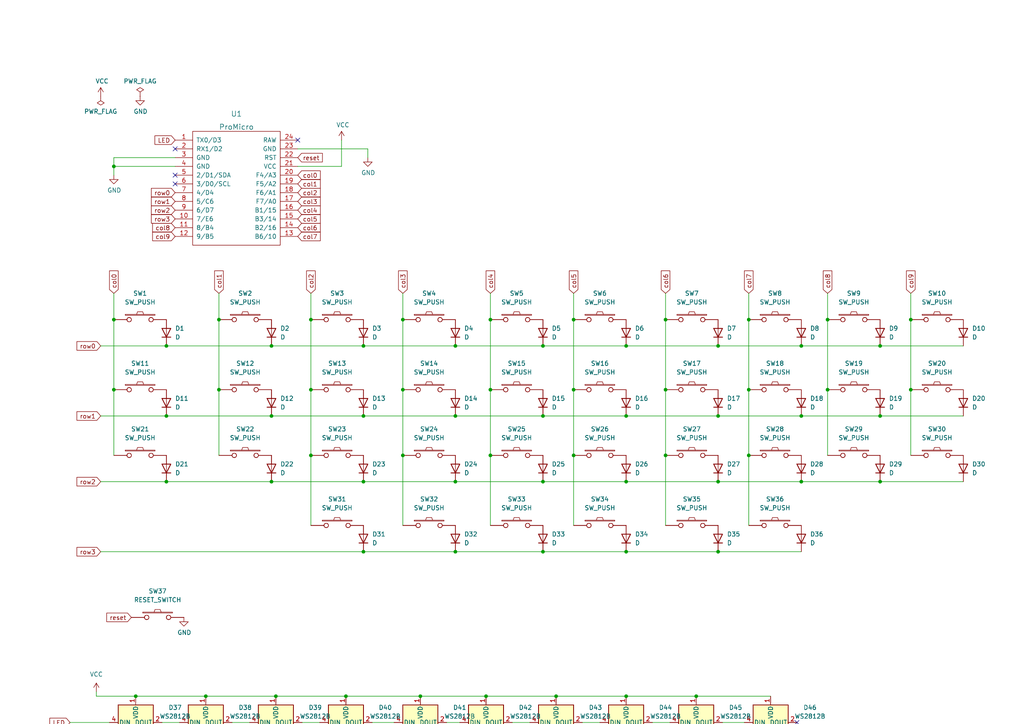
<source format=kicad_sch>
(kicad_sch (version 20211123) (generator eeschema)
  (paper "A4")
  (lib_symbols
    (symbol "Device:D" (pin_numbers hide) (pin_names (offset 1.016) hide)
      (property "Reference" "D" (at 0 2.54 0))
      (property "Value" "D" (at 0 -2.54 0))
      (symbol "D_0_1"
        (polyline (pts (xy -1.27 1.27) (xy -1.27 -1.27)) (stroke (width 0.254)))
        (polyline (pts (xy 1.27 0) (xy -1.27 0)))
        (polyline (pts (xy 1.27 1.27) (xy 1.27 -1.27) (xy -1.27 0) (xy 1.27 1.27)) (stroke (width 0.254)))
      )
      (symbol "D_1_1"
        (pin passive line (at -3.81 0 0) (length 2.54) (name "K") (number "1"))
        (pin passive line (at 3.81 0 180) (length 2.54) (name "A") (number "2"))
      )
    )
    (symbol "LED:WS2812B" (pin_names (offset 0.254))
      (property "Reference" "D" (at 5.08 5.715 0))
      (property "Value" "WS2812B" (at 1.27 -5.715 0))
      (symbol "WS2812B_0_0"
        (text "RGB" (at 2.286 -4.191 0) (effects (font (size 0.762 0.762))))
      )
      (symbol "WS2812B_0_1"
        (polyline (pts (xy 1.27 -3.556) (xy 1.778 -3.556)))
        (polyline (pts (xy 1.27 -2.54) (xy 1.778 -2.54)))
        (polyline (pts (xy 4.699 -3.556) (xy 2.667 -3.556)))
        (polyline (pts (xy 2.286 -2.54) (xy 1.27 -3.556) (xy 1.27 -3.048)))
        (polyline (pts (xy 2.286 -1.524) (xy 1.27 -2.54) (xy 1.27 -2.032)))
        (polyline (pts (xy 3.683 -1.016) (xy 3.683 -3.556) (xy 3.683 -4.064)))
        (polyline (pts (xy 4.699 -1.524) (xy 2.667 -1.524) (xy 3.683 -3.556) (xy 4.699 -1.524)))
        (rectangle (start 5.08 5.08) (end -5.08 -5.08) (stroke (width 0.254)) (fill (type background)))
      )
      (symbol "WS2812B_1_1"
        (pin power_in line (at 0 7.62 270) (length 2.54) (name "VDD") (number "1"))
        (pin output line (at 7.62 0 180) (length 2.54) (name "DOUT") (number "2"))
        (pin power_in line (at 0 -7.62 90) (length 2.54) (name "VSS") (number "3"))
        (pin input line (at -7.62 0 0) (length 2.54) (name "DIN") (number "4"))
      )
    )
    (symbol "foostan_kbd:ProMicro" (pin_names (offset 1.016))
      (property "Reference" "U" (at 0 19.05 0))
      (property "Value" "ProMicro" (at 0 -19.05 0))
      (symbol "ProMicro_0_1"
        (rectangle (start -12.7 16.51) (end 12.7 -16.51))
      )
      (symbol "ProMicro_1_1"
        (pin bidirectional line (at -17.78 13.97 0) (length 5.08) (name "TX0/D3") (number "1"))
        (pin bidirectional line (at -17.78 -8.89 0) (length 5.08) (name "7/E6") (number "10"))
        (pin bidirectional line (at -17.78 -11.43 0) (length 5.08) (name "8/B4") (number "11"))
        (pin bidirectional line (at -17.78 -13.97 0) (length 5.08) (name "9/B5") (number "12"))
        (pin bidirectional line (at 17.78 -13.97 180) (length 5.08) (name "B6/10") (number "13"))
        (pin bidirectional line (at 17.78 -11.43 180) (length 5.08) (name "B2/16") (number "14"))
        (pin bidirectional line (at 17.78 -8.89 180) (length 5.08) (name "B3/14") (number "15"))
        (pin bidirectional line (at 17.78 -6.35 180) (length 5.08) (name "B1/15") (number "16"))
        (pin bidirectional line (at 17.78 -3.81 180) (length 5.08) (name "F7/A0") (number "17"))
        (pin bidirectional line (at 17.78 -1.27 180) (length 5.08) (name "F6/A1") (number "18"))
        (pin bidirectional line (at 17.78 1.27 180) (length 5.08) (name "F5/A2") (number "19"))
        (pin bidirectional line (at -17.78 11.43 0) (length 5.08) (name "RX1/D2") (number "2"))
        (pin bidirectional line (at 17.78 3.81 180) (length 5.08) (name "F4/A3") (number "20"))
        (pin power_in line (at 17.78 6.35 180) (length 5.08) (name "VCC") (number "21"))
        (pin input line (at 17.78 8.89 180) (length 5.08) (name "RST") (number "22"))
        (pin power_in line (at 17.78 11.43 180) (length 5.08) (name "GND") (number "23"))
        (pin power_out line (at 17.78 13.97 180) (length 5.08) (name "RAW") (number "24"))
        (pin power_in line (at -17.78 8.89 0) (length 5.08) (name "GND") (number "3"))
        (pin power_in line (at -17.78 6.35 0) (length 5.08) (name "GND") (number "4"))
        (pin bidirectional line (at -17.78 3.81 0) (length 5.08) (name "2/D1/SDA") (number "5"))
        (pin bidirectional line (at -17.78 1.27 0) (length 5.08) (name "3/D0/SCL") (number "6"))
        (pin bidirectional line (at -17.78 -1.27 0) (length 5.08) (name "4/D4") (number "7"))
        (pin bidirectional line (at -17.78 -3.81 0) (length 5.08) (name "5/C6") (number "8"))
        (pin bidirectional line (at -17.78 -6.35 0) (length 5.08) (name "6/D7") (number "9"))
      )
    )
    (symbol "foostan_kbd:SW_PUSH" (pin_numbers hide) (pin_names (offset 1.016) hide)
      (property "Reference" "SW" (at 3.81 2.794 0))
      (property "Value" "SW_PUSH" (at 0 -2.032 0))
      (symbol "SW_PUSH_0_1"
        (rectangle (start -4.318 1.27) (end 4.318 1.524))
        (polyline (pts (xy -1.016 1.524) (xy -0.762 2.286) (xy 0.762 2.286) (xy 1.016 1.524)))
        (pin passive inverted (at -7.62 0 0) (length 5.08) (name "1") (number "1"))
        (pin passive inverted (at 7.62 0 180) (length 5.08) (name "2") (number "2"))
      )
    )
    (symbol "power:GND" (power) (pin_names (offset 0))
      (property "Value" "GND" (at 0 -3.81 0))
      (symbol "GND_0_1"
        (polyline (pts (xy 0 0) (xy 0 -1.27) (xy 1.27 -1.27) (xy 0 -2.54) (xy -1.27 -1.27) (xy 0 -1.27)))
      )
      (symbol "GND_1_1"
        (pin power_in line (at 0 0 270) (length 0) hide (name "GND") (number "1"))
      )
    )
    (symbol "power:PWR_FLAG" (power) (pin_numbers hide) (pin_names (offset 0) hide)
      (property "Value" "PWR_FLAG" (at 0 3.81 0))
      (symbol "PWR_FLAG_0_0"
        (pin power_out line (at 0 0 90) (length 0) (name "pwr") (number "1"))
      )
      (symbol "PWR_FLAG_0_1"
        (polyline (pts (xy 0 0) (xy 0 1.27) (xy -1.016 1.905) (xy 0 2.54) (xy 1.016 1.905) (xy 0 1.27)))
      )
    )
    (symbol "power:VCC" (power) (pin_names (offset 0))
      (property "Value" "VCC" (at 0 3.81 0))
      (symbol "VCC_0_1"
        (polyline (pts (xy -0.762 1.27) (xy 0 2.54)))
        (polyline (pts (xy 0 0) (xy 0 2.54)))
        (polyline (pts (xy 0 2.54) (xy 0.762 1.27)))
      )
      (symbol "VCC_1_1"
        (pin power_in line (at 0 0 90) (length 0) hide (name "VCC") (number "1"))
      )
    )
  )
  (junction (at 78.74 139.7))
  (junction (at 116.84 132.08))
  (junction (at 201.93 217.17))
  (junction (at 255.27 139.7))
  (junction (at 48.26 120.65))
  (junction (at 193.04 113.03))
  (junction (at 48.26 100.33))
  (junction (at 193.04 132.08))
  (junction (at 264.16 113.03))
  (junction (at 105.41 120.65))
  (junction (at 100.33 201.93))
  (junction (at 140.97 201.93))
  (junction (at 240.03 113.03))
  (junction (at 208.28 160.02))
  (junction (at 132.08 120.65))
  (junction (at 105.41 160.02))
  (junction (at 166.37 113.03))
  (junction (at 142.24 132.08))
  (junction (at 166.37 92.71))
  (junction (at 181.61 139.7))
  (junction (at 255.27 100.33))
  (junction (at 181.61 201.93))
  (junction (at 217.17 132.08))
  (junction (at 166.37 132.08))
  (junction (at 78.74 100.33))
  (junction (at 59.69 201.93))
  (junction (at 132.08 100.33))
  (junction (at 161.29 217.17))
  (junction (at 48.26 139.7))
  (junction (at 181.61 120.65))
  (junction (at 33.02 113.03))
  (junction (at 100.33 217.17))
  (junction (at 264.16 92.71))
  (junction (at 80.01 201.93))
  (junction (at 132.08 160.02))
  (junction (at 142.24 113.03))
  (junction (at 208.28 100.33))
  (junction (at 59.69 217.17))
  (junction (at 63.5 113.03))
  (junction (at 181.61 100.33))
  (junction (at 201.93 201.93))
  (junction (at 90.17 113.03))
  (junction (at 140.97 217.17))
  (junction (at 33.02 92.71))
  (junction (at 193.04 92.71))
  (junction (at 157.48 100.33))
  (junction (at 157.48 120.65))
  (junction (at 157.48 160.02))
  (junction (at 90.17 92.71))
  (junction (at 142.24 92.71))
  (junction (at 105.41 100.33))
  (junction (at 240.03 92.71))
  (junction (at 33.02 48.26))
  (junction (at 39.37 201.93))
  (junction (at 116.84 92.71))
  (junction (at 208.28 120.65))
  (junction (at 105.41 139.7))
  (junction (at 181.61 217.17))
  (junction (at 217.17 92.71))
  (junction (at 121.92 201.93))
  (junction (at 121.92 217.17))
  (junction (at 217.17 113.03))
  (junction (at 39.37 217.17))
  (junction (at 232.41 100.33))
  (junction (at 232.41 120.65))
  (junction (at 132.08 139.7))
  (junction (at 255.27 120.65))
  (junction (at 78.74 120.65))
  (junction (at 208.28 139.7))
  (junction (at 157.48 139.7))
  (junction (at 63.5 92.71))
  (junction (at 181.61 160.02))
  (junction (at 90.17 132.08))
  (junction (at 116.84 113.03))
  (junction (at 232.41 139.7))
  (junction (at 161.29 201.93))
  (junction (at 80.01 217.17))
  (no_connect (at 231.14 209.55))
  (no_connect (at 50.8 50.8))
  (no_connect (at 50.8 53.34))
  (no_connect (at 86.36 40.64))
  (no_connect (at 50.8 43.18))
  (wire (pts (xy 86.36 43.18) (xy 106.68 43.18)))
  (wire (pts (xy 116.84 132.08) (xy 116.84 152.4)))
  (wire (pts (xy 86.36 48.26) (xy 99.06 48.26)))
  (wire (pts (xy 208.28 160.02) (xy 232.41 160.02)))
  (wire (pts (xy 107.95 209.55) (xy 114.3 209.55)))
  (wire (pts (xy 142.24 92.71) (xy 142.24 113.03)))
  (wire (pts (xy 90.17 85.09) (xy 90.17 92.71)))
  (wire (pts (xy 29.21 139.7) (xy 48.26 139.7)))
  (wire (pts (xy 181.61 100.33) (xy 208.28 100.33)))
  (wire (pts (xy 100.33 217.17) (xy 80.01 217.17)))
  (wire (pts (xy 166.37 132.08) (xy 166.37 152.4)))
  (wire (pts (xy 33.02 113.03) (xy 33.02 132.08)))
  (wire (pts (xy 80.01 217.17) (xy 59.69 217.17)))
  (wire (pts (xy 80.01 201.93) (xy 100.33 201.93)))
  (wire (pts (xy 48.26 139.7) (xy 78.74 139.7)))
  (wire (pts (xy 116.84 85.09) (xy 116.84 92.71)))
  (wire (pts (xy 264.16 92.71) (xy 264.16 113.03)))
  (wire (pts (xy 100.33 201.93) (xy 121.92 201.93)))
  (wire (pts (xy 264.16 85.09) (xy 264.16 92.71)))
  (wire (pts (xy 193.04 85.09) (xy 193.04 92.71)))
  (wire (pts (xy 217.17 85.09) (xy 217.17 92.71)))
  (wire (pts (xy 78.74 120.65) (xy 105.41 120.65)))
  (wire (pts (xy 264.16 113.03) (xy 264.16 132.08)))
  (wire (pts (xy 232.41 120.65) (xy 255.27 120.65)))
  (wire (pts (xy 121.92 201.93) (xy 140.97 201.93)))
  (wire (pts (xy 166.37 85.09) (xy 166.37 92.71)))
  (wire (pts (xy 157.48 139.7) (xy 181.61 139.7)))
  (wire (pts (xy 142.24 85.09) (xy 142.24 92.71)))
  (wire (pts (xy 232.41 139.7) (xy 255.27 139.7)))
  (wire (pts (xy 39.37 217.17) (xy 27.94 217.17)))
  (wire (pts (xy 140.97 201.93) (xy 161.29 201.93)))
  (wire (pts (xy 106.68 43.18) (xy 106.68 45.72)))
  (wire (pts (xy 193.04 113.03) (xy 193.04 132.08)))
  (wire (pts (xy 208.28 139.7) (xy 232.41 139.7)))
  (wire (pts (xy 90.17 132.08) (xy 90.17 152.4)))
  (wire (pts (xy 132.08 100.33) (xy 157.48 100.33)))
  (wire (pts (xy 157.48 100.33) (xy 181.61 100.33)))
  (wire (pts (xy 121.92 217.17) (xy 100.33 217.17)))
  (wire (pts (xy 166.37 113.03) (xy 166.37 132.08)))
  (wire (pts (xy 129.54 209.55) (xy 133.35 209.55)))
  (wire (pts (xy 87.63 209.55) (xy 92.71 209.55)))
  (wire (pts (xy 29.21 160.02) (xy 105.41 160.02)))
  (wire (pts (xy 255.27 100.33) (xy 279.4 100.33)))
  (wire (pts (xy 63.5 92.71) (xy 63.5 113.03)))
  (wire (pts (xy 201.93 217.17) (xy 181.61 217.17)))
  (wire (pts (xy 181.61 139.7) (xy 208.28 139.7)))
  (wire (pts (xy 116.84 92.71) (xy 116.84 113.03)))
  (wire (pts (xy 217.17 113.03) (xy 217.17 132.08)))
  (wire (pts (xy 46.99 209.55) (xy 52.07 209.55)))
  (wire (pts (xy 240.03 113.03) (xy 240.03 132.08)))
  (wire (pts (xy 161.29 201.93) (xy 181.61 201.93)))
  (wire (pts (xy 105.41 160.02) (xy 132.08 160.02)))
  (wire (pts (xy 33.02 85.09) (xy 33.02 92.71)))
  (wire (pts (xy 50.8 45.72) (xy 33.02 45.72)))
  (wire (pts (xy 63.5 113.03) (xy 63.5 132.08)))
  (wire (pts (xy 189.23 209.55) (xy 194.31 209.55)))
  (wire (pts (xy 142.24 132.08) (xy 142.24 152.4)))
  (wire (pts (xy 78.74 139.7) (xy 105.41 139.7)))
  (wire (pts (xy 90.17 92.71) (xy 90.17 113.03)))
  (wire (pts (xy 48.26 100.33) (xy 78.74 100.33)))
  (wire (pts (xy 50.8 48.26) (xy 33.02 48.26)))
  (wire (pts (xy 181.61 201.93) (xy 201.93 201.93)))
  (wire (pts (xy 27.94 217.17) (xy 27.94 220.98)))
  (wire (pts (xy 105.41 120.65) (xy 132.08 120.65)))
  (wire (pts (xy 132.08 120.65) (xy 157.48 120.65)))
  (wire (pts (xy 99.06 40.64) (xy 99.06 48.26)))
  (wire (pts (xy 168.91 209.55) (xy 173.99 209.55)))
  (wire (pts (xy 201.93 201.93) (xy 223.52 201.93)))
  (wire (pts (xy 140.97 217.17) (xy 121.92 217.17)))
  (wire (pts (xy 209.55 209.55) (xy 215.9 209.55)))
  (wire (pts (xy 161.29 217.17) (xy 140.97 217.17)))
  (wire (pts (xy 181.61 217.17) (xy 161.29 217.17)))
  (wire (pts (xy 193.04 132.08) (xy 193.04 152.4)))
  (wire (pts (xy 240.03 85.09) (xy 240.03 92.71)))
  (wire (pts (xy 29.21 100.33) (xy 48.26 100.33)))
  (wire (pts (xy 116.84 113.03) (xy 116.84 132.08)))
  (wire (pts (xy 132.08 139.7) (xy 157.48 139.7)))
  (wire (pts (xy 78.74 100.33) (xy 105.41 100.33)))
  (wire (pts (xy 217.17 92.71) (xy 217.17 113.03)))
  (wire (pts (xy 63.5 85.09) (xy 63.5 92.71)))
  (wire (pts (xy 105.41 139.7) (xy 132.08 139.7)))
  (wire (pts (xy 33.02 45.72) (xy 33.02 48.26)))
  (wire (pts (xy 59.69 201.93) (xy 80.01 201.93)))
  (wire (pts (xy 181.61 120.65) (xy 208.28 120.65)))
  (wire (pts (xy 232.41 100.33) (xy 255.27 100.33)))
  (wire (pts (xy 20.32 209.55) (xy 31.75 209.55)))
  (wire (pts (xy 208.28 100.33) (xy 232.41 100.33)))
  (wire (pts (xy 148.59 209.55) (xy 153.67 209.55)))
  (wire (pts (xy 29.21 120.65) (xy 48.26 120.65)))
  (wire (pts (xy 255.27 139.7) (xy 279.4 139.7)))
  (wire (pts (xy 132.08 160.02) (xy 157.48 160.02)))
  (wire (pts (xy 27.94 201.93) (xy 39.37 201.93)))
  (wire (pts (xy 208.28 120.65) (xy 232.41 120.65)))
  (wire (pts (xy 33.02 48.26) (xy 33.02 50.8)))
  (wire (pts (xy 142.24 113.03) (xy 142.24 132.08)))
  (wire (pts (xy 166.37 92.71) (xy 166.37 113.03)))
  (wire (pts (xy 181.61 160.02) (xy 208.28 160.02)))
  (wire (pts (xy 67.31 209.55) (xy 72.39 209.55)))
  (wire (pts (xy 33.02 92.71) (xy 33.02 113.03)))
  (wire (pts (xy 255.27 120.65) (xy 279.4 120.65)))
  (wire (pts (xy 90.17 113.03) (xy 90.17 132.08)))
  (wire (pts (xy 157.48 120.65) (xy 181.61 120.65)))
  (wire (pts (xy 157.48 160.02) (xy 181.61 160.02)))
  (wire (pts (xy 193.04 92.71) (xy 193.04 113.03)))
  (wire (pts (xy 59.69 217.17) (xy 39.37 217.17)))
  (wire (pts (xy 105.41 100.33) (xy 132.08 100.33)))
  (wire (pts (xy 27.94 200.66) (xy 27.94 201.93)))
  (wire (pts (xy 240.03 92.71) (xy 240.03 113.03)))
  (wire (pts (xy 223.52 217.17) (xy 201.93 217.17)))
  (wire (pts (xy 217.17 132.08) (xy 217.17 152.4)))
  (wire (pts (xy 48.26 120.65) (xy 78.74 120.65)))
  (wire (pts (xy 39.37 201.93) (xy 59.69 201.93)))
  (global_label "row2" (shape input) (at 29.21 139.7 180) (property "シート間のリファレンス" "${INTERSHEET_REFS}" (effects hide)))
  (global_label "col9" (shape input) (at 264.16 85.09 90) (property "シート間のリファレンス" "${INTERSHEET_REFS}" (effects hide)))
  (global_label "col2" (shape input) (at 86.36 55.88 0) (property "シート間のリファレンス" "${INTERSHEET_REFS}" (effects hide)))
  (global_label "row3" (shape input) (at 29.21 160.02 180) (property "シート間のリファレンス" "${INTERSHEET_REFS}" (effects hide)))
  (global_label "col9" (shape input) (at 50.8 68.58 180) (property "シート間のリファレンス" "${INTERSHEET_REFS}" (effects hide)))
  (global_label "col1" (shape input) (at 63.5 85.09 90) (property "シート間のリファレンス" "${INTERSHEET_REFS}" (effects hide)))
  (global_label "col7" (shape input) (at 217.17 85.09 90) (property "シート間のリファレンス" "${INTERSHEET_REFS}" (effects hide)))
  (global_label "col8" (shape input) (at 240.03 85.09 90) (property "シート間のリファレンス" "${INTERSHEET_REFS}" (effects hide)))
  (global_label "row0" (shape input) (at 50.8 55.88 180) (property "シート間のリファレンス" "${INTERSHEET_REFS}" (effects hide)))
  (global_label "col4" (shape input) (at 86.36 60.96 0) (property "シート間のリファレンス" "${INTERSHEET_REFS}" (effects hide)))
  (global_label "row3" (shape input) (at 50.8 63.5 180) (property "シート間のリファレンス" "${INTERSHEET_REFS}" (effects hide)))
  (global_label "row1" (shape input) (at 29.21 120.65 180) (property "シート間のリファレンス" "${INTERSHEET_REFS}" (effects hide)))
  (global_label "row0" (shape input) (at 29.21 100.33 180) (property "シート間のリファレンス" "${INTERSHEET_REFS}" (effects hide)))
  (global_label "col8" (shape input) (at 50.8 66.04 180) (property "シート間のリファレンス" "${INTERSHEET_REFS}" (effects hide)))
  (global_label "col3" (shape input) (at 86.36 58.42 0) (property "シート間のリファレンス" "${INTERSHEET_REFS}" (effects hide)))
  (global_label "LED" (shape input) (at 20.32 209.55 180) (property "シート間のリファレンス" "${INTERSHEET_REFS}" (effects hide)))
  (global_label "col5" (shape input) (at 86.36 63.5 0) (property "シート間のリファレンス" "${INTERSHEET_REFS}" (effects hide)))
  (global_label "col1" (shape input) (at 86.36 53.34 0) (property "シート間のリファレンス" "${INTERSHEET_REFS}" (effects hide)))
  (global_label "row1" (shape input) (at 50.8 58.42 180) (property "シート間のリファレンス" "${INTERSHEET_REFS}" (effects hide)))
  (global_label "row2" (shape input) (at 50.8 60.96 180) (property "シート間のリファレンス" "${INTERSHEET_REFS}" (effects hide)))
  (global_label "col3" (shape input) (at 116.84 85.09 90) (property "シート間のリファレンス" "${INTERSHEET_REFS}" (effects hide)))
  (global_label "col2" (shape input) (at 90.17 85.09 90) (property "シート間のリファレンス" "${INTERSHEET_REFS}" (effects hide)))
  (global_label "reset" (shape input) (at 38.1 179.07 180) (property "シート間のリファレンス" "${INTERSHEET_REFS}" (effects hide)))
  (global_label "col6" (shape input) (at 193.04 85.09 90) (property "シート間のリファレンス" "${INTERSHEET_REFS}" (effects hide)))
  (global_label "col0" (shape input) (at 33.02 85.09 90) (property "シート間のリファレンス" "${INTERSHEET_REFS}" (effects hide)))
  (global_label "col4" (shape input) (at 142.24 85.09 90) (property "シート間のリファレンス" "${INTERSHEET_REFS}" (effects hide)))
  (global_label "reset" (shape input) (at 86.36 45.72 0) (property "シート間のリファレンス" "${INTERSHEET_REFS}" (effects hide)))
  (global_label "col5" (shape input) (at 166.37 85.09 90) (property "シート間のリファレンス" "${INTERSHEET_REFS}" (effects hide)))
  (global_label "col0" (shape input) (at 86.36 50.8 0) (property "シート間のリファレンス" "${INTERSHEET_REFS}" (effects hide)))
  (global_label "LED" (shape input) (at 50.8 40.64 180) (property "シート間のリファレンス" "${INTERSHEET_REFS}" (effects hide)))
  (global_label "col6" (shape input) (at 86.36 66.04 0) (property "シート間のリファレンス" "${INTERSHEET_REFS}" (effects hide)))
  (global_label "col7" (shape input) (at 86.36 68.58 0) (property "シート間のリファレンス" "${INTERSHEET_REFS}" (effects hide)))
  (symbol (lib_id "Device:D") (at 208.28 116.84 90) (unit 1)
    (property "Reference" "D17" (at 210.82 115.5699 90) (effects (justify right)))
    (property "Value" "D" (at 210.82 118.1099 90) (effects (justify right)))
    (property "Footprint" "nowt_parts:Diode_SMD" (effects hide))
  )
  (symbol (lib_id "Device:D") (at 78.74 116.84 90) (unit 1)
    (property "Reference" "D12" (at 81.28 115.5699 90) (effects (justify right)))
    (property "Value" "D" (at 81.28 118.1099 90) (effects (justify right)))
    (property "Footprint" "nowt_parts:Diode_SMD" (effects hide))
  )
  (symbol (lib_id "power:VCC") (at 29.21 27.94 0) (unit 1)
    (property "Reference" "#PWR01" (effects hide))
    (property "Value" "VCC" (at 29.591 23.5458 0))
  )
  (symbol (lib_id "foostan_kbd:SW_PUSH") (at 200.66 92.71 0) (unit 1)
    (property "Reference" "SW7" (at 200.66 85.09 0))
    (property "Value" "SW_PUSH" (at 200.66 87.63 0))
    (property "Footprint" "nowt_parts:CherryMX_Hotswap" (effects hide))
  )
  (symbol (lib_id "foostan_kbd:SW_PUSH") (at 45.72 179.07 0) (unit 1)
    (property "Reference" "SW37" (at 45.72 171.45 0))
    (property "Value" "RESET_SWITCH" (at 45.72 173.99 0))
    (property "Footprint" "nowt_parts:ResetSW_1side_back" (effects hide))
  )
  (symbol (lib_id "Device:D") (at 48.26 116.84 90) (unit 1)
    (property "Reference" "D11" (at 50.8 115.5699 90) (effects (justify right)))
    (property "Value" "D" (at 50.8 118.1099 90) (effects (justify right)))
    (property "Footprint" "nowt_parts:Diode_SMD" (effects hide))
  )
  (symbol (lib_id "Device:D") (at 105.41 156.21 90) (unit 1)
    (property "Reference" "D31" (at 107.95 154.9399 90) (effects (justify right)))
    (property "Value" "D" (at 107.95 157.4799 90) (effects (justify right)))
    (property "Footprint" "nowt_parts:Diode_SMD" (effects hide))
  )
  (symbol (lib_id "power:GND") (at 40.64 27.94 0) (unit 1)
    (property "Reference" "#PWR02" (effects hide))
    (property "Value" "GND" (at 40.767 32.3342 0))
  )
  (symbol (lib_id "Device:D") (at 105.41 135.89 90) (unit 1)
    (property "Reference" "D23" (at 107.95 134.6199 90) (effects (justify right)))
    (property "Value" "D" (at 107.95 137.1599 90) (effects (justify right)))
    (property "Footprint" "nowt_parts:Diode_SMD" (effects hide))
  )
  (symbol (lib_id "foostan_kbd:SW_PUSH") (at 40.64 132.08 0) (unit 1)
    (property "Reference" "SW21" (at 40.64 124.46 0))
    (property "Value" "SW_PUSH" (at 40.64 127 0))
    (property "Footprint" "nowt_parts:CherryMX_Hotswap" (effects hide))
  )
  (symbol (lib_id "Device:D") (at 48.26 135.89 90) (unit 1)
    (property "Reference" "D21" (at 50.8 134.6199 90) (effects (justify right)))
    (property "Value" "D" (at 50.8 137.1599 90) (effects (justify right)))
    (property "Footprint" "nowt_parts:Diode_SMD" (effects hide))
  )
  (symbol (lib_id "foostan_kbd:SW_PUSH") (at 173.99 113.03 0) (unit 1)
    (property "Reference" "SW16" (at 173.99 105.41 0))
    (property "Value" "SW_PUSH" (at 173.99 107.95 0))
    (property "Footprint" "nowt_parts:CherryMX_Hotswap" (effects hide))
  )
  (symbol (lib_id "power:GND") (at 106.68 45.72 0) (unit 1)
    (property "Reference" "#PWR04" (effects hide))
    (property "Value" "GND" (at 106.807 50.1142 0))
  )
  (symbol (lib_id "foostan_kbd:SW_PUSH") (at 40.64 113.03 0) (unit 1)
    (property "Reference" "SW11" (at 40.64 105.41 0))
    (property "Value" "SW_PUSH" (at 40.64 107.95 0))
    (property "Footprint" "nowt_parts:CherryMX_Hotswap" (effects hide))
  )
  (symbol (lib_id "Device:D") (at 232.41 156.21 90) (unit 1)
    (property "Reference" "D36" (at 234.95 154.9399 90) (effects (justify right)))
    (property "Value" "D" (at 234.95 157.4799 90) (effects (justify right)))
    (property "Footprint" "nowt_parts:Diode_SMD" (effects hide))
  )
  (symbol (lib_id "Device:D") (at 255.27 96.52 90) (unit 1)
    (property "Reference" "D9" (at 257.81 95.2499 90) (effects (justify right)))
    (property "Value" "D" (at 257.81 97.7899 90) (effects (justify right)))
    (property "Footprint" "nowt_parts:Diode_SMD" (effects hide))
  )
  (symbol (lib_id "Device:D") (at 255.27 116.84 90) (unit 1)
    (property "Reference" "D19" (at 257.81 115.5699 90) (effects (justify right)))
    (property "Value" "D" (at 257.81 118.1099 90) (effects (justify right)))
    (property "Footprint" "nowt_parts:Diode_SMD" (effects hide))
  )
  (symbol (lib_id "Device:D") (at 132.08 96.52 90) (unit 1)
    (property "Reference" "D4" (at 134.62 95.2499 90) (effects (justify right)))
    (property "Value" "D" (at 134.62 97.7899 90) (effects (justify right)))
    (property "Footprint" "nowt_parts:Diode_SMD" (effects hide))
  )
  (symbol (lib_id "Device:D") (at 78.74 96.52 90) (unit 1)
    (property "Reference" "D2" (at 81.28 95.2499 90) (effects (justify right)))
    (property "Value" "D" (at 81.28 97.7899 90) (effects (justify right)))
    (property "Footprint" "nowt_parts:Diode_SMD" (effects hide))
  )
  (symbol (lib_id "foostan_kbd:SW_PUSH") (at 247.65 113.03 0) (unit 1)
    (property "Reference" "SW19" (at 247.65 105.41 0))
    (property "Value" "SW_PUSH" (at 247.65 107.95 0))
    (property "Footprint" "nowt_parts:CherryMX_Hotswap" (effects hide))
  )
  (symbol (lib_id "Device:D") (at 181.61 116.84 90) (unit 1)
    (property "Reference" "D16" (at 184.15 115.5699 90) (effects (justify right)))
    (property "Value" "D" (at 184.15 118.1099 90) (effects (justify right)))
    (property "Footprint" "nowt_parts:Diode_SMD" (effects hide))
  )
  (symbol (lib_id "LED:WS2812B") (at 201.93 209.55 0) (unit 1)
    (property "Reference" "D45" (at 213.36 205.2193 0))
    (property "Value" "WS2812B" (at 213.36 207.7593 0))
    (property "Footprint" "nowt_parts:LED_WS2812B_PLCC4_5.0x5.0mm_P3.2mm_Back" (effects hide))
    (property "Datasheet" "https://cdn-shop.adafruit.com/datasheets/WS2812B.pdf" (effects hide))
  )
  (symbol (lib_id "Device:D") (at 78.74 135.89 90) (unit 1)
    (property "Reference" "D22" (at 81.28 134.6199 90) (effects (justify right)))
    (property "Value" "D" (at 81.28 137.1599 90) (effects (justify right)))
    (property "Footprint" "nowt_parts:Diode_SMD" (effects hide))
  )
  (symbol (lib_id "Device:D") (at 279.4 96.52 90) (unit 1)
    (property "Reference" "D10" (at 281.94 95.2499 90) (effects (justify right)))
    (property "Value" "D" (at 281.94 97.7899 90) (effects (justify right)))
    (property "Footprint" "nowt_parts:Diode_SMD" (effects hide))
  )
  (symbol (lib_id "Device:D") (at 232.41 96.52 90) (unit 1)
    (property "Reference" "D8" (at 234.95 95.2499 90) (effects (justify right)))
    (property "Value" "D" (at 234.95 97.7899 90) (effects (justify right)))
    (property "Footprint" "nowt_parts:Diode_SMD" (effects hide))
  )
  (symbol (lib_id "foostan_kbd:SW_PUSH") (at 247.65 92.71 0) (unit 1)
    (property "Reference" "SW9" (at 247.65 85.09 0))
    (property "Value" "SW_PUSH" (at 247.65 87.63 0))
    (property "Footprint" "nowt_parts:CherryMX_Hotswap" (effects hide))
  )
  (symbol (lib_id "LED:WS2812B") (at 140.97 209.55 0) (unit 1)
    (property "Reference" "D42" (at 152.4 205.2193 0))
    (property "Value" "WS2812B" (at 152.4 207.7593 0))
    (property "Footprint" "nowt_parts:LED_WS2812B_PLCC4_5.0x5.0mm_P3.2mm_Back" (effects hide))
    (property "Datasheet" "https://cdn-shop.adafruit.com/datasheets/WS2812B.pdf" (effects hide))
  )
  (symbol (lib_id "LED:WS2812B") (at 39.37 209.55 0) (unit 1)
    (property "Reference" "D37" (at 50.8 205.2193 0))
    (property "Value" "WS2812B" (at 50.8 207.7593 0))
    (property "Footprint" "nowt_parts:LED_WS2812B_PLCC4_5.0x5.0mm_P3.2mm_Back" (effects hide))
    (property "Datasheet" "https://cdn-shop.adafruit.com/datasheets/WS2812B.pdf" (effects hide))
  )
  (symbol (lib_id "foostan_kbd:SW_PUSH") (at 200.66 113.03 0) (unit 1)
    (property "Reference" "SW17" (at 200.66 105.41 0))
    (property "Value" "SW_PUSH" (at 200.66 107.95 0))
    (property "Footprint" "nowt_parts:CherryMX_Hotswap" (effects hide))
  )
  (symbol (lib_id "foostan_kbd:SW_PUSH") (at 149.86 132.08 0) (unit 1)
    (property "Reference" "SW25" (at 149.86 124.46 0))
    (property "Value" "SW_PUSH" (at 149.86 127 0))
    (property "Footprint" "nowt_parts:CherryMX_Hotswap" (effects hide))
  )
  (symbol (lib_id "Device:D") (at 157.48 156.21 90) (unit 1)
    (property "Reference" "D33" (at 160.02 154.9399 90) (effects (justify right)))
    (property "Value" "D" (at 160.02 157.4799 90) (effects (justify right)))
    (property "Footprint" "nowt_parts:Diode_SMD" (effects hide))
  )
  (symbol (lib_id "Device:D") (at 279.4 116.84 90) (unit 1)
    (property "Reference" "D20" (at 281.94 115.5699 90) (effects (justify right)))
    (property "Value" "D" (at 281.94 118.1099 90) (effects (justify right)))
    (property "Footprint" "nowt_parts:Diode_SMD" (effects hide))
  )
  (symbol (lib_id "Device:D") (at 232.41 135.89 90) (unit 1)
    (property "Reference" "D28" (at 234.95 134.6199 90) (effects (justify right)))
    (property "Value" "D" (at 234.95 137.1599 90) (effects (justify right)))
    (property "Footprint" "nowt_parts:Diode_SMD" (effects hide))
  )
  (symbol (lib_id "power:GND") (at 53.34 179.07 0) (unit 1)
    (property "Reference" "#PWR06" (effects hide))
    (property "Value" "GND" (at 53.467 183.4642 0))
  )
  (symbol (lib_id "foostan_kbd:SW_PUSH") (at 71.12 113.03 0) (unit 1)
    (property "Reference" "SW12" (at 71.12 105.41 0))
    (property "Value" "SW_PUSH" (at 71.12 107.95 0))
    (property "Footprint" "nowt_parts:CherryMX_Hotswap" (effects hide))
  )
  (symbol (lib_id "foostan_kbd:SW_PUSH") (at 173.99 152.4 0) (unit 1)
    (property "Reference" "SW34" (at 173.99 144.78 0))
    (property "Value" "SW_PUSH" (at 173.99 147.32 0))
    (property "Footprint" "nowt_parts:CherryMX_Hotswap" (effects hide))
  )
  (symbol (lib_id "foostan_kbd:SW_PUSH") (at 97.79 92.71 0) (unit 1)
    (property "Reference" "SW3" (at 97.79 85.09 0))
    (property "Value" "SW_PUSH" (at 97.79 87.63 0))
    (property "Footprint" "nowt_parts:CherryMX_Hotswap" (effects hide))
  )
  (symbol (lib_id "foostan_kbd:SW_PUSH") (at 149.86 113.03 0) (unit 1)
    (property "Reference" "SW15" (at 149.86 105.41 0))
    (property "Value" "SW_PUSH" (at 149.86 107.95 0))
    (property "Footprint" "nowt_parts:CherryMX_Hotswap" (effects hide))
  )
  (symbol (lib_id "foostan_kbd:SW_PUSH") (at 173.99 92.71 0) (unit 1)
    (property "Reference" "SW6" (at 173.99 85.09 0))
    (property "Value" "SW_PUSH" (at 173.99 87.63 0))
    (property "Footprint" "nowt_parts:CherryMX_Hotswap" (effects hide))
  )
  (symbol (lib_id "foostan_kbd:SW_PUSH") (at 224.79 92.71 0) (unit 1)
    (property "Reference" "SW8" (at 224.79 85.09 0))
    (property "Value" "SW_PUSH" (at 224.79 87.63 0))
    (property "Footprint" "nowt_parts:CherryMX_Hotswap" (effects hide))
  )
  (symbol (lib_id "foostan_kbd:ProMicro") (at 68.58 54.61 0) (unit 1)
    (property "Reference" "U1" (at 68.58 33.02 0) (effects (font (size 1.524 1.524))))
    (property "Value" "ProMicro" (at 68.58 36.83 0) (effects (font (size 1.524 1.524))))
    (property "Footprint" "nowt_parts:ProMicro_v3.5_mods" (effects hide))
  )
  (symbol (lib_id "foostan_kbd:SW_PUSH") (at 247.65 132.08 0) (unit 1)
    (property "Reference" "SW29" (at 247.65 124.46 0))
    (property "Value" "SW_PUSH" (at 247.65 127 0))
    (property "Footprint" "nowt_parts:CherryMX_Hotswap" (effects hide))
  )
  (symbol (lib_id "foostan_kbd:SW_PUSH") (at 149.86 92.71 0) (unit 1)
    (property "Reference" "SW5" (at 149.86 85.09 0))
    (property "Value" "SW_PUSH" (at 149.86 87.63 0))
    (property "Footprint" "nowt_parts:CherryMX_Hotswap" (effects hide))
  )
  (symbol (lib_id "foostan_kbd:SW_PUSH") (at 173.99 132.08 0) (unit 1)
    (property "Reference" "SW26" (at 173.99 124.46 0))
    (property "Value" "SW_PUSH" (at 173.99 127 0))
    (property "Footprint" "nowt_parts:CherryMX_Hotswap" (effects hide))
  )
  (symbol (lib_id "LED:WS2812B") (at 80.01 209.55 0) (unit 1)
    (property "Reference" "D39" (at 91.44 205.2193 0))
    (property "Value" "WS2812B" (at 91.44 207.7593 0))
    (property "Footprint" "nowt_parts:LED_WS2812B_PLCC4_5.0x5.0mm_P3.2mm_Back" (effects hide))
    (property "Datasheet" "https://cdn-shop.adafruit.com/datasheets/WS2812B.pdf" (effects hide))
  )
  (symbol (lib_id "Device:D") (at 208.28 156.21 90) (unit 1)
    (property "Reference" "D35" (at 210.82 154.9399 90) (effects (justify right)))
    (property "Value" "D" (at 210.82 157.4799 90) (effects (justify right)))
    (property "Footprint" "nowt_parts:Diode_SMD" (effects hide))
  )
  (symbol (lib_id "Device:D") (at 105.41 96.52 90) (unit 1)
    (property "Reference" "D3" (at 107.95 95.2499 90) (effects (justify right)))
    (property "Value" "D" (at 107.95 97.7899 90) (effects (justify right)))
    (property "Footprint" "nowt_parts:Diode_SMD" (effects hide))
  )
  (symbol (lib_id "foostan_kbd:SW_PUSH") (at 97.79 113.03 0) (unit 1)
    (property "Reference" "SW13" (at 97.79 105.41 0))
    (property "Value" "SW_PUSH" (at 97.79 107.95 0))
    (property "Footprint" "nowt_parts:CherryMX_Hotswap" (effects hide))
  )
  (symbol (lib_id "Device:D") (at 181.61 156.21 90) (unit 1)
    (property "Reference" "D34" (at 184.15 154.9399 90) (effects (justify right)))
    (property "Value" "D" (at 184.15 157.4799 90) (effects (justify right)))
    (property "Footprint" "nowt_parts:Diode_SMD" (effects hide))
  )
  (symbol (lib_id "power:GND") (at 27.94 220.98 0) (unit 1)
    (property "Reference" "#PWR08" (effects hide))
    (property "Value" "GND" (at 27.94 226.06 0))
  )
  (symbol (lib_id "power:GND") (at 33.02 50.8 0) (unit 1)
    (property "Reference" "#PWR05" (effects hide))
    (property "Value" "GND" (at 33.147 55.1942 0))
  )
  (symbol (lib_id "Device:D") (at 132.08 116.84 90) (unit 1)
    (property "Reference" "D14" (at 134.62 115.5699 90) (effects (justify right)))
    (property "Value" "D" (at 134.62 118.1099 90) (effects (justify right)))
    (property "Footprint" "nowt_parts:Diode_SMD" (effects hide))
  )
  (symbol (lib_id "power:VCC") (at 27.94 200.66 0) (unit 1)
    (property "Reference" "#PWR07" (effects hide))
    (property "Value" "VCC" (at 27.94 195.58 0))
  )
  (symbol (lib_id "foostan_kbd:SW_PUSH") (at 200.66 132.08 0) (unit 1)
    (property "Reference" "SW27" (at 200.66 124.46 0))
    (property "Value" "SW_PUSH" (at 200.66 127 0))
    (property "Footprint" "nowt_parts:CherryMX_Hotswap" (effects hide))
  )
  (symbol (lib_id "foostan_kbd:SW_PUSH") (at 124.46 132.08 0) (unit 1)
    (property "Reference" "SW24" (at 124.46 124.46 0))
    (property "Value" "SW_PUSH" (at 124.46 127 0))
    (property "Footprint" "nowt_parts:CherryMX_Hotswap" (effects hide))
  )
  (symbol (lib_id "Device:D") (at 132.08 135.89 90) (unit 1)
    (property "Reference" "D24" (at 134.62 134.6199 90) (effects (justify right)))
    (property "Value" "D" (at 134.62 137.1599 90) (effects (justify right)))
    (property "Footprint" "nowt_parts:Diode_SMD" (effects hide))
  )
  (symbol (lib_id "Device:D") (at 208.28 96.52 90) (unit 1)
    (property "Reference" "D7" (at 210.82 95.2499 90) (effects (justify right)))
    (property "Value" "D" (at 210.82 97.7899 90) (effects (justify right)))
    (property "Footprint" "nowt_parts:Diode_SMD" (effects hide))
  )
  (symbol (lib_id "LED:WS2812B") (at 181.61 209.55 0) (unit 1)
    (property "Reference" "D44" (at 193.04 205.2193 0))
    (property "Value" "WS2812B" (at 193.04 207.7593 0))
    (property "Footprint" "nowt_parts:LED_WS2812B_PLCC4_5.0x5.0mm_P3.2mm_Back" (effects hide))
    (property "Datasheet" "https://cdn-shop.adafruit.com/datasheets/WS2812B.pdf" (effects hide))
  )
  (symbol (lib_id "LED:WS2812B") (at 161.29 209.55 0) (unit 1)
    (property "Reference" "D43" (at 172.72 205.2193 0))
    (property "Value" "WS2812B" (at 172.72 207.7593 0))
    (property "Footprint" "nowt_parts:LED_WS2812B_PLCC4_5.0x5.0mm_P3.2mm_Back" (effects hide))
    (property "Datasheet" "https://cdn-shop.adafruit.com/datasheets/WS2812B.pdf" (effects hide))
  )
  (symbol (lib_id "LED:WS2812B") (at 223.52 209.55 0) (unit 1)
    (property "Reference" "D46" (at 234.95 205.2193 0))
    (property "Value" "WS2812B" (at 234.95 207.7593 0))
    (property "Footprint" "nowt_parts:LED_WS2812B_PLCC4_5.0x5.0mm_P3.2mm_Back" (effects hide))
    (property "Datasheet" "https://cdn-shop.adafruit.com/datasheets/WS2812B.pdf" (effects hide))
  )
  (symbol (lib_id "Device:D") (at 181.61 96.52 90) (unit 1)
    (property "Reference" "D6" (at 184.15 95.2499 90) (effects (justify right)))
    (property "Value" "D" (at 184.15 97.7899 90) (effects (justify right)))
    (property "Footprint" "nowt_parts:Diode_SMD" (effects hide))
  )
  (symbol (lib_id "power:VCC") (at 99.06 40.64 0) (unit 1)
    (property "Reference" "#PWR03" (effects hide))
    (property "Value" "VCC" (at 99.441 36.2458 0))
  )
  (symbol (lib_id "foostan_kbd:SW_PUSH") (at 124.46 152.4 0) (unit 1)
    (property "Reference" "SW32" (at 124.46 144.78 0))
    (property "Value" "SW_PUSH" (at 124.46 147.32 0))
    (property "Footprint" "nowt_parts:CherryMX_Hotswap" (effects hide))
  )
  (symbol (lib_id "foostan_kbd:SW_PUSH") (at 124.46 92.71 0) (unit 1)
    (property "Reference" "SW4" (at 124.46 85.09 0))
    (property "Value" "SW_PUSH" (at 124.46 87.63 0))
    (property "Footprint" "nowt_parts:CherryMX_Hotswap" (effects hide))
  )
  (symbol (lib_id "power:PWR_FLAG") (at 40.64 27.94 0) (unit 1)
    (property "Reference" "#FLG02" (effects hide))
    (property "Value" "PWR_FLAG" (at 40.64 23.5458 0))
  )
  (symbol (lib_id "Device:D") (at 157.48 96.52 90) (unit 1)
    (property "Reference" "D5" (at 160.02 95.2499 90) (effects (justify right)))
    (property "Value" "D" (at 160.02 97.7899 90) (effects (justify right)))
    (property "Footprint" "nowt_parts:Diode_SMD" (effects hide))
  )
  (symbol (lib_id "foostan_kbd:SW_PUSH") (at 200.66 152.4 0) (unit 1)
    (property "Reference" "SW35" (at 200.66 144.78 0))
    (property "Value" "SW_PUSH" (at 200.66 147.32 0))
    (property "Footprint" "nowt_parts:CherryMX_Hotswap" (effects hide))
  )
  (symbol (lib_id "foostan_kbd:SW_PUSH") (at 149.86 152.4 0) (unit 1)
    (property "Reference" "SW33" (at 149.86 144.78 0))
    (property "Value" "SW_PUSH" (at 149.86 147.32 0))
    (property "Footprint" "nowt_parts:CherryMX_Hotswap" (effects hide))
  )
  (symbol (lib_id "Device:D") (at 232.41 116.84 90) (unit 1)
    (property "Reference" "D18" (at 234.95 115.5699 90) (effects (justify right)))
    (property "Value" "D" (at 234.95 118.1099 90) (effects (justify right)))
    (property "Footprint" "nowt_parts:Diode_SMD" (effects hide))
  )
  (symbol (lib_id "foostan_kbd:SW_PUSH") (at 71.12 132.08 0) (unit 1)
    (property "Reference" "SW22" (at 71.12 124.46 0))
    (property "Value" "SW_PUSH" (at 71.12 127 0))
    (property "Footprint" "nowt_parts:CherryMX_Hotswap" (effects hide))
  )
  (symbol (lib_id "foostan_kbd:SW_PUSH") (at 40.64 92.71 0) (unit 1)
    (property "Reference" "SW1" (at 40.64 85.09 0))
    (property "Value" "SW_PUSH" (at 40.64 87.63 0))
    (property "Footprint" "nowt_parts:CherryMX_Hotswap" (effects hide))
  )
  (symbol (lib_id "foostan_kbd:SW_PUSH") (at 224.79 152.4 0) (unit 1)
    (property "Reference" "SW36" (at 224.79 144.78 0))
    (property "Value" "SW_PUSH" (at 224.79 147.32 0))
    (property "Footprint" "nowt_parts:CherryMX_Hotswap" (effects hide))
  )
  (symbol (lib_id "Device:D") (at 157.48 116.84 90) (unit 1)
    (property "Reference" "D15" (at 160.02 115.5699 90) (effects (justify right)))
    (property "Value" "D" (at 160.02 118.1099 90) (effects (justify right)))
    (property "Footprint" "nowt_parts:Diode_SMD" (effects hide))
  )
  (symbol (lib_id "Device:D") (at 181.61 135.89 90) (unit 1)
    (property "Reference" "D26" (at 184.15 134.6199 90) (effects (justify right)))
    (property "Value" "D" (at 184.15 137.1599 90) (effects (justify right)))
    (property "Footprint" "nowt_parts:Diode_SMD" (effects hide))
  )
  (symbol (lib_id "foostan_kbd:SW_PUSH") (at 97.79 132.08 0) (unit 1)
    (property "Reference" "SW23" (at 97.79 124.46 0))
    (property "Value" "SW_PUSH" (at 97.79 127 0))
    (property "Footprint" "nowt_parts:CherryMX_Hotswap" (effects hide))
  )
  (symbol (lib_id "LED:WS2812B") (at 59.69 209.55 0) (unit 1)
    (property "Reference" "D38" (at 71.12 205.2193 0))
    (property "Value" "WS2812B" (at 71.12 207.7593 0))
    (property "Footprint" "nowt_parts:LED_WS2812B_PLCC4_5.0x5.0mm_P3.2mm_Back" (effects hide))
    (property "Datasheet" "https://cdn-shop.adafruit.com/datasheets/WS2812B.pdf" (effects hide))
  )
  (symbol (lib_id "foostan_kbd:SW_PUSH") (at 224.79 113.03 0) (unit 1)
    (property "Reference" "SW18" (at 224.79 105.41 0))
    (property "Value" "SW_PUSH" (at 224.79 107.95 0))
    (property "Footprint" "nowt_parts:CherryMX_Hotswap" (effects hide))
  )
  (symbol (lib_id "Device:D") (at 132.08 156.21 90) (unit 1)
    (property "Reference" "D32" (at 134.62 154.9399 90) (effects (justify right)))
    (property "Value" "D" (at 134.62 157.4799 90) (effects (justify right)))
    (property "Footprint" "nowt_parts:Diode_SMD" (effects hide))
  )
  (symbol (lib_id "Device:D") (at 255.27 135.89 90) (unit 1)
    (property "Reference" "D29" (at 257.81 134.6199 90) (effects (justify right)))
    (property "Value" "D" (at 257.81 137.1599 90) (effects (justify right)))
    (property "Footprint" "nowt_parts:Diode_SMD" (effects hide))
  )
  (symbol (lib_id "Device:D") (at 105.41 116.84 90) (unit 1)
    (property "Reference" "D13" (at 107.95 115.5699 90) (effects (justify right)))
    (property "Value" "D" (at 107.95 118.1099 90) (effects (justify right)))
    (property "Footprint" "nowt_parts:Diode_SMD" (effects hide))
  )
  (symbol (lib_id "foostan_kbd:SW_PUSH") (at 124.46 113.03 0) (unit 1)
    (property "Reference" "SW14" (at 124.46 105.41 0))
    (property "Value" "SW_PUSH" (at 124.46 107.95 0))
    (property "Footprint" "nowt_parts:CherryMX_Hotswap" (effects hide))
  )
  (symbol (lib_id "Device:D") (at 157.48 135.89 90) (unit 1)
    (property "Reference" "D25" (at 160.02 134.6199 90) (effects (justify right)))
    (property "Value" "D" (at 160.02 137.1599 90) (effects (justify right)))
    (property "Footprint" "nowt_parts:Diode_SMD" (effects hide))
  )
  (symbol (lib_id "LED:WS2812B") (at 100.33 209.55 0) (unit 1)
    (property "Reference" "D40" (at 111.76 205.2193 0))
    (property "Value" "WS2812B" (at 111.76 207.7593 0))
    (property "Footprint" "nowt_parts:LED_WS2812B_PLCC4_5.0x5.0mm_P3.2mm_Back" (effects hide))
    (property "Datasheet" "https://cdn-shop.adafruit.com/datasheets/WS2812B.pdf" (effects hide))
  )
  (symbol (lib_id "LED:WS2812B") (at 121.92 209.55 0) (unit 1)
    (property "Reference" "D41" (at 133.35 205.2193 0))
    (property "Value" "WS2812B" (at 133.35 207.7593 0))
    (property "Footprint" "nowt_parts:LED_WS2812B_PLCC4_5.0x5.0mm_P3.2mm_Back" (effects hide))
    (property "Datasheet" "https://cdn-shop.adafruit.com/datasheets/WS2812B.pdf" (effects hide))
  )
  (symbol (lib_id "Device:D") (at 48.26 96.52 90) (unit 1)
    (property "Reference" "D1" (at 50.8 95.2499 90) (effects (justify right)))
    (property "Value" "D" (at 50.8 97.7899 90) (effects (justify right)))
    (property "Footprint" "nowt_parts:Diode_SMD" (effects hide))
  )
  (symbol (lib_id "foostan_kbd:SW_PUSH") (at 271.78 132.08 0) (unit 1)
    (property "Reference" "SW30" (at 271.78 124.46 0))
    (property "Value" "SW_PUSH" (at 271.78 127 0))
    (property "Footprint" "nowt_parts:CherryMX_Hotswap" (effects hide))
  )
  (symbol (lib_id "foostan_kbd:SW_PUSH") (at 224.79 132.08 0) (unit 1)
    (property "Reference" "SW28" (at 224.79 124.46 0))
    (property "Value" "SW_PUSH" (at 224.79 127 0))
    (property "Footprint" "nowt_parts:CherryMX_Hotswap" (effects hide))
  )
  (symbol (lib_id "Device:D") (at 208.28 135.89 90) (unit 1)
    (property "Reference" "D27" (at 210.82 134.6199 90) (effects (justify right)))
    (property "Value" "D" (at 210.82 137.1599 90) (effects (justify right)))
    (property "Footprint" "nowt_parts:Diode_SMD" (effects hide))
  )
  (symbol (lib_id "foostan_kbd:SW_PUSH") (at 271.78 92.71 0) (unit 1)
    (property "Reference" "SW10" (at 271.78 85.09 0))
    (property "Value" "SW_PUSH" (at 271.78 87.63 0))
    (property "Footprint" "nowt_parts:CherryMX_Hotswap" (effects hide))
  )
  (symbol (lib_id "foostan_kbd:SW_PUSH") (at 271.78 113.03 0) (unit 1)
    (property "Reference" "SW20" (at 271.78 105.41 0))
    (property "Value" "SW_PUSH" (at 271.78 107.95 0))
    (property "Footprint" "nowt_parts:CherryMX_Hotswap" (effects hide))
  )
  (symbol (lib_id "power:PWR_FLAG") (at 29.21 27.94 180) (unit 1)
    (property "Reference" "#FLG01" (effects hide))
    (property "Value" "PWR_FLAG" (at 29.21 32.3342 0))
  )
  (symbol (lib_id "Device:D") (at 279.4 135.89 90) (unit 1)
    (property "Reference" "D30" (at 281.94 134.6199 90) (effects (justify right)))
    (property "Value" "D" (at 281.94 137.1599 90) (effects (justify right)))
    (property "Footprint" "nowt_parts:Diode_SMD" (effects hide))
  )
  (symbol (lib_id "foostan_kbd:SW_PUSH") (at 97.79 152.4 0) (unit 1)
    (property "Reference" "SW31" (at 97.79 144.78 0))
    (property "Value" "SW_PUSH" (at 97.79 147.32 0))
    (property "Footprint" "nowt_parts:CherryMX_Hotswap" (effects hide))
  )
  (symbol (lib_id "foostan_kbd:SW_PUSH") (at 71.12 92.71 0) (unit 1)
    (property "Reference" "SW2" (at 71.12 85.09 0))
    (property "Value" "SW_PUSH" (at 71.12 87.63 0))
    (property "Footprint" "nowt_parts:CherryMX_Hotswap" (effects hide))
  )
)
</source>
